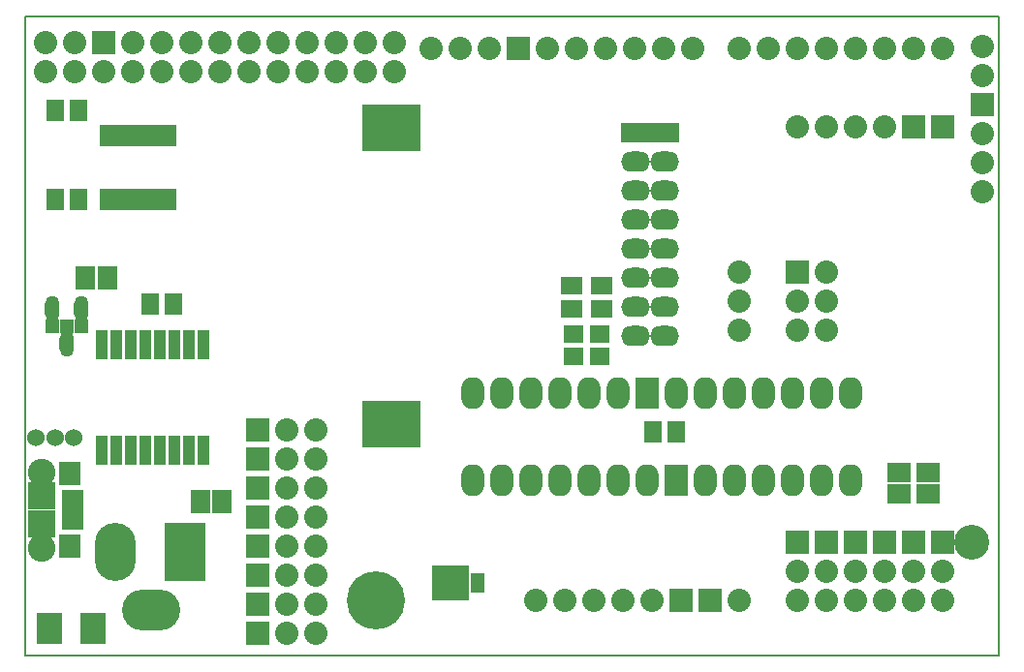
<source format=gbs>
G04 #@! TF.FileFunction,Soldermask,Bot*
%FSLAX46Y46*%
G04 Gerber Fmt 4.6, Leading zero omitted, Abs format (unit mm)*
G04 Created by KiCad (PCBNEW (after 2015-may-25 BZR unknown)-product) date 31/07/2015 1:29:45 PM*
%MOMM*%
G01*
G04 APERTURE LIST*
%ADD10C,0.150000*%
%ADD11C,0.127000*%
%ADD12R,2.032000X2.032000*%
%ADD13C,2.032000*%
%ADD14R,2.286000X2.730500*%
%ADD15R,0.927100X1.978660*%
%ADD16R,1.808480X2.006600*%
%ADD17R,1.574800X1.930400*%
%ADD18R,1.930400X1.574800*%
%ADD19R,2.006600X1.808480*%
%ADD20C,1.524000*%
%ADD21R,1.808480X1.557020*%
%ADD22R,1.107440X2.506980*%
%ADD23R,5.080000X4.064000*%
%ADD24R,2.540000X1.778000*%
%ADD25O,2.540000X1.778000*%
%ADD26R,1.879600X0.914400*%
%ADD27R,1.930400X2.108200*%
%ADD28R,2.413000X2.413000*%
%ADD29C,2.413000*%
%ADD30R,3.175000X3.048000*%
%ADD31R,1.270000X1.778000*%
%ADD32O,3.556000X5.080000*%
%ADD33R,3.556000X5.080000*%
%ADD34O,5.080000X3.556000*%
%ADD35O,1.270000X2.286000*%
%ADD36R,1.270000X1.270000*%
%ADD37C,5.080000*%
%ADD38C,3.048000*%
%ADD39O,2.032000X2.794000*%
%ADD40R,2.032000X2.794000*%
G04 APERTURE END LIST*
D10*
D11*
X110490000Y-81280000D02*
X110490000Y-25400000D01*
X25400000Y-25400000D02*
X110490000Y-25400000D01*
X110490000Y-81280000D02*
X25400000Y-81280000D01*
X25400000Y-81280000D02*
X25400000Y-25400000D01*
D12*
X45720000Y-79375000D03*
X45720000Y-76835000D03*
X45720000Y-74295000D03*
X45720000Y-71755000D03*
X45720000Y-69215000D03*
X45720000Y-66675000D03*
X45720000Y-64135000D03*
X45720000Y-61595000D03*
D13*
X48260000Y-79375000D03*
X48260000Y-76835000D03*
X48260000Y-74295000D03*
X48260000Y-71755000D03*
X48260000Y-69215000D03*
X48260000Y-66675000D03*
X48260000Y-64135000D03*
X48260000Y-61595000D03*
D14*
X31305500Y-78930500D03*
X27495500Y-78930500D03*
D15*
X34917380Y-35808920D03*
X35567620Y-35808920D03*
X36217860Y-35808920D03*
X36868100Y-35808920D03*
X32976820Y-41402000D03*
X32966660Y-35808920D03*
X33616900Y-35808920D03*
X34267140Y-35808920D03*
X37518340Y-41407080D03*
X36868100Y-41407080D03*
X36217860Y-41407080D03*
X35567620Y-41407080D03*
X34917380Y-41407080D03*
X34267140Y-41407080D03*
X37518340Y-35808920D03*
X33616900Y-41402000D03*
X32316420Y-35808920D03*
X38168580Y-35808920D03*
X38168580Y-41407080D03*
X32316420Y-41407080D03*
D16*
X30670500Y-48323500D03*
X32575500Y-48323500D03*
D17*
X28003500Y-33655000D03*
X30035500Y-33655000D03*
X28003500Y-41402000D03*
X30035500Y-41402000D03*
D18*
X73152000Y-50990500D03*
X73152000Y-48958500D03*
D17*
X82296000Y-61722000D03*
X80264000Y-61722000D03*
X38354000Y-50609500D03*
X36322000Y-50609500D03*
D18*
X75819000Y-50990500D03*
X75819000Y-48958500D03*
D19*
X104330500Y-65278000D03*
X104330500Y-67183000D03*
X101790500Y-65278000D03*
X101790500Y-67183000D03*
D20*
X29654500Y-62230000D03*
X28003500Y-62230000D03*
X26352500Y-62230000D03*
D21*
X75628500Y-55118000D03*
X73342500Y-53213000D03*
X75628500Y-53213000D03*
X73342500Y-55118000D03*
D22*
X40957500Y-63388240D03*
X39687500Y-63388240D03*
X38417500Y-63388240D03*
X37147500Y-63388240D03*
X35877500Y-63388240D03*
X34607500Y-63388240D03*
X33337500Y-63388240D03*
X32067500Y-63388240D03*
X32067500Y-54086760D03*
X33337500Y-54086760D03*
X34607500Y-54086760D03*
X35877500Y-54086760D03*
X37147500Y-54086760D03*
X38417500Y-54086760D03*
X39687500Y-54086760D03*
X40957500Y-54086760D03*
D16*
X42608500Y-67818000D03*
X40703500Y-67818000D03*
D23*
X57404000Y-61087000D03*
X57404000Y-35179000D03*
D13*
X50800000Y-79375000D03*
X50800000Y-76835000D03*
X50800000Y-74295000D03*
X50800000Y-71755000D03*
X50800000Y-69215000D03*
X50800000Y-66675000D03*
X50800000Y-64135000D03*
X50800000Y-61595000D03*
X109093000Y-28067000D03*
X109093000Y-30607000D03*
D12*
X109093000Y-33147000D03*
D13*
X109093000Y-35687000D03*
X109093000Y-38227000D03*
X109093000Y-40767000D03*
D24*
X78740000Y-35560000D03*
D25*
X78740000Y-38100000D03*
X78740000Y-40640000D03*
X78740000Y-43180000D03*
X78740000Y-45720000D03*
X78740000Y-48260000D03*
X78740000Y-50800000D03*
X78740000Y-53340000D03*
D24*
X81280000Y-35560000D03*
D25*
X81280000Y-38100000D03*
X81280000Y-40640000D03*
X81280000Y-43180000D03*
X81280000Y-45720000D03*
X81280000Y-48260000D03*
X81280000Y-50800000D03*
X81280000Y-53340000D03*
D26*
X29527500Y-68580000D03*
X29527500Y-67929760D03*
X29527500Y-67279520D03*
X29527500Y-69230240D03*
X29527500Y-69880480D03*
D27*
X29273500Y-71755000D03*
X29273500Y-65405000D03*
D28*
X26860500Y-69786500D03*
X26860500Y-67373500D03*
D29*
X26860500Y-71882000D03*
X26860500Y-65278000D03*
D13*
X95440500Y-52832000D03*
X92900500Y-52832000D03*
X95440500Y-50292000D03*
X92900500Y-50292000D03*
X95440500Y-47752000D03*
D12*
X92900500Y-47752000D03*
D30*
X62611000Y-74930000D03*
D31*
X64960500Y-74930000D03*
D32*
X33274000Y-72263000D03*
D33*
X39370000Y-72263000D03*
D34*
X36449000Y-77343000D03*
D13*
X27178000Y-30226000D03*
X27178000Y-27686000D03*
X29718000Y-30226000D03*
X29718000Y-27686000D03*
X32258000Y-30226000D03*
D12*
X32258000Y-27686000D03*
D13*
X34798000Y-30226000D03*
X34798000Y-27686000D03*
X37338000Y-30226000D03*
X37338000Y-27686000D03*
X39878000Y-30226000D03*
X39878000Y-27686000D03*
X42418000Y-30226000D03*
X42418000Y-27686000D03*
X44958000Y-30226000D03*
X44958000Y-27686000D03*
X47498000Y-30226000D03*
X47498000Y-27686000D03*
X50038000Y-30226000D03*
X50038000Y-27686000D03*
X52578000Y-30226000D03*
X52578000Y-27686000D03*
X55118000Y-30226000D03*
X55118000Y-27686000D03*
X57658000Y-30226000D03*
X57658000Y-27686000D03*
X87820500Y-47752000D03*
X87820500Y-50292000D03*
X87820500Y-52832000D03*
X105600500Y-73977500D03*
X103060500Y-73977500D03*
X100520500Y-73977500D03*
X97980500Y-73977500D03*
X95440500Y-73977500D03*
X92900500Y-73977500D03*
D12*
X105600500Y-71437500D03*
X103060500Y-71437500D03*
X100520500Y-71437500D03*
X97980500Y-71437500D03*
X95440500Y-71437500D03*
X92900500Y-71437500D03*
D35*
X30353000Y-50990500D03*
X27813000Y-50990500D03*
X29083000Y-54038500D03*
D36*
X27813000Y-52514500D03*
X29083000Y-52514500D03*
X30353000Y-52514500D03*
D12*
X105600500Y-35052000D03*
X103060500Y-35052000D03*
D13*
X100520500Y-35052000D03*
X97980500Y-35052000D03*
X95440500Y-35052000D03*
X92900500Y-35052000D03*
X105600500Y-76517500D03*
X103060500Y-76517500D03*
X100520500Y-76517500D03*
X92900500Y-76517500D03*
X95440500Y-76517500D03*
X97980500Y-76517500D03*
X87820500Y-76517500D03*
D12*
X85280500Y-76517500D03*
X82740500Y-76517500D03*
D13*
X77660500Y-76517500D03*
X75120500Y-76517500D03*
X105600500Y-28257500D03*
X103060500Y-28257500D03*
X100520500Y-28257500D03*
X97980500Y-28257500D03*
X95440500Y-28257500D03*
X92900500Y-28257500D03*
X90360500Y-28257500D03*
X87820500Y-28257500D03*
X83756500Y-28257500D03*
X81216500Y-28257500D03*
X78676500Y-28257500D03*
X76136500Y-28257500D03*
X73596500Y-28257500D03*
X71056500Y-28257500D03*
D12*
X68516500Y-28257500D03*
D13*
X65976500Y-28257500D03*
X80200500Y-76517500D03*
D37*
X56070500Y-76517500D03*
D38*
X108140500Y-71437500D03*
D13*
X72580500Y-76517500D03*
X70040500Y-76517500D03*
X63436500Y-28257500D03*
X60896500Y-28257500D03*
D39*
X94996000Y-58356500D03*
X92456000Y-58356500D03*
X89916000Y-58356500D03*
X87376000Y-58356500D03*
X84836000Y-58356500D03*
X82296000Y-58356500D03*
D40*
X79756000Y-58356500D03*
D39*
X77216000Y-58356500D03*
X74676000Y-58356500D03*
X72136000Y-58356500D03*
X69596000Y-58356500D03*
X67056000Y-58356500D03*
X64516000Y-58356500D03*
X97536000Y-58356500D03*
X64516000Y-65976500D03*
X67056000Y-65976500D03*
X69596000Y-65976500D03*
X72136000Y-65976500D03*
X74676000Y-65976500D03*
X77216000Y-65976500D03*
X79756000Y-65976500D03*
D40*
X82296000Y-65976500D03*
D39*
X84836000Y-65976500D03*
X87376000Y-65976500D03*
X89916000Y-65976500D03*
X92456000Y-65976500D03*
X94996000Y-65976500D03*
X97536000Y-65976500D03*
M02*

</source>
